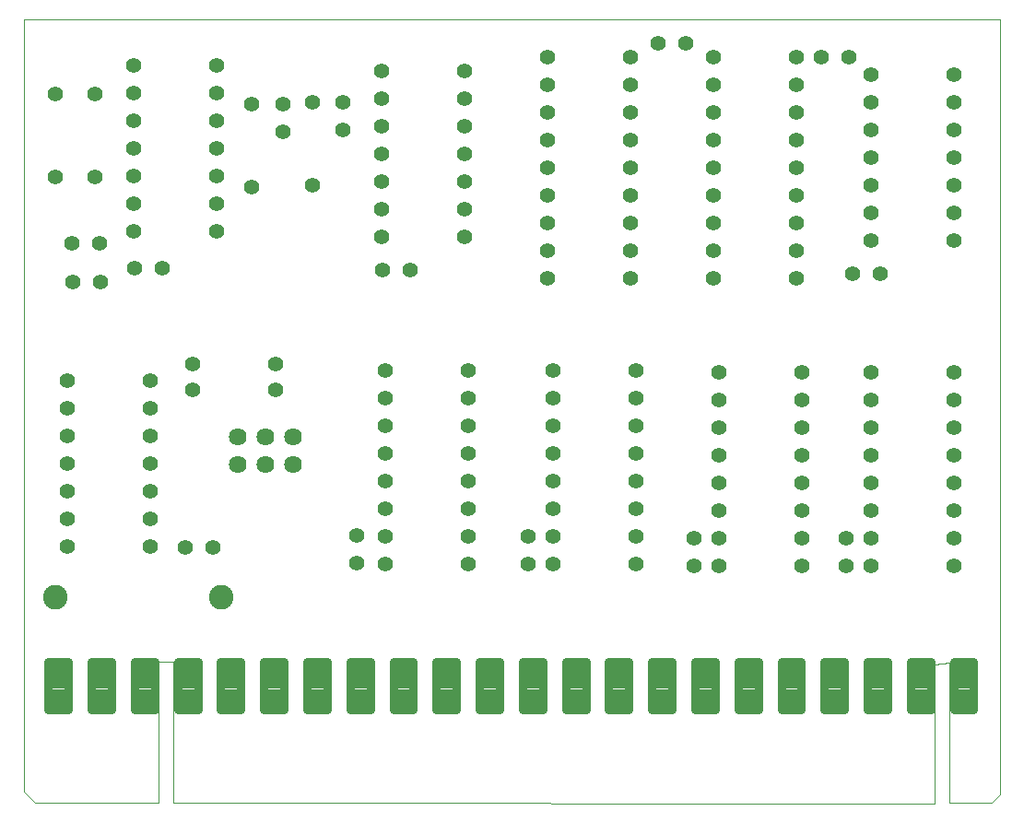
<source format=gbs>
G75*
%MOIN*%
%OFA0B0*%
%FSLAX25Y25*%
%IPPOS*%
%LPD*%
%AMOC8*
5,1,8,0,0,1.08239X$1,22.5*
%
%ADD10C,0.00000*%
%ADD11C,0.05600*%
%ADD12C,0.08900*%
%ADD13C,0.06400*%
%ADD14C,0.03120*%
D10*
X0026198Y0005295D02*
X0030135Y0001394D01*
X0074623Y0001394D01*
X0074623Y0052181D01*
X0080135Y0052181D01*
X0080135Y0001394D01*
X0355331Y0001000D01*
X0355331Y0051394D01*
X0360843Y0051787D01*
X0360843Y0001394D01*
X0376198Y0001394D01*
X0378954Y0004150D01*
X0378954Y0050606D01*
X0378954Y0050488D02*
X0378954Y0284587D01*
X0026198Y0284587D01*
X0026198Y0051094D01*
X0026198Y0051295D02*
X0026198Y0005295D01*
D11*
X0041800Y0093988D03*
X0041800Y0103988D03*
X0041800Y0113988D03*
X0041800Y0123988D03*
X0041800Y0133988D03*
X0041800Y0143988D03*
X0041800Y0153988D03*
X0071800Y0153988D03*
X0071800Y0143988D03*
X0071800Y0133988D03*
X0071800Y0123988D03*
X0071800Y0113988D03*
X0071800Y0103988D03*
X0071800Y0093988D03*
X0084300Y0093488D03*
X0094300Y0093488D03*
X0146300Y0097988D03*
X0156800Y0097488D03*
X0146300Y0087988D03*
X0156800Y0087488D03*
X0156800Y0107488D03*
X0156800Y0117488D03*
X0156800Y0127488D03*
X0156800Y0137488D03*
X0156800Y0147488D03*
X0156800Y0157488D03*
X0186800Y0157488D03*
X0186800Y0147488D03*
X0186800Y0137488D03*
X0186800Y0127488D03*
X0186800Y0117488D03*
X0186800Y0107488D03*
X0186800Y0097488D03*
X0186800Y0087488D03*
X0208300Y0087488D03*
X0217300Y0087488D03*
X0217300Y0097488D03*
X0208300Y0097488D03*
X0217300Y0107488D03*
X0217300Y0117488D03*
X0217300Y0127488D03*
X0217300Y0137488D03*
X0217300Y0147488D03*
X0217300Y0157488D03*
X0247300Y0157488D03*
X0247300Y0147488D03*
X0247300Y0137488D03*
X0247300Y0127488D03*
X0247300Y0117488D03*
X0247300Y0107488D03*
X0247300Y0097488D03*
X0247300Y0087488D03*
X0268300Y0086988D03*
X0277300Y0086988D03*
X0277300Y0096988D03*
X0268300Y0096988D03*
X0277300Y0106988D03*
X0277300Y0116988D03*
X0277300Y0126988D03*
X0277300Y0136988D03*
X0277300Y0146988D03*
X0277300Y0156988D03*
X0307300Y0156988D03*
X0307300Y0146988D03*
X0307300Y0136988D03*
X0307300Y0126988D03*
X0307300Y0116988D03*
X0307300Y0106988D03*
X0307300Y0096988D03*
X0307300Y0086988D03*
X0323300Y0086988D03*
X0332300Y0086988D03*
X0332300Y0096988D03*
X0323300Y0096988D03*
X0332300Y0106988D03*
X0332300Y0116988D03*
X0332300Y0126988D03*
X0332300Y0136988D03*
X0332300Y0146988D03*
X0332300Y0156988D03*
X0362300Y0156988D03*
X0362300Y0146988D03*
X0362300Y0136988D03*
X0362300Y0126988D03*
X0362300Y0116988D03*
X0362300Y0106988D03*
X0362300Y0096988D03*
X0362300Y0086988D03*
X0305300Y0190988D03*
X0305300Y0200988D03*
X0305300Y0210988D03*
X0305300Y0220988D03*
X0305300Y0230988D03*
X0305300Y0240988D03*
X0305300Y0250988D03*
X0305300Y0260988D03*
X0305300Y0270988D03*
X0314300Y0270988D03*
X0324300Y0270988D03*
X0332300Y0264488D03*
X0332300Y0254488D03*
X0332300Y0244488D03*
X0332300Y0234488D03*
X0332300Y0224488D03*
X0332300Y0214488D03*
X0332300Y0204488D03*
X0335800Y0192488D03*
X0325800Y0192488D03*
X0362300Y0204488D03*
X0362300Y0214488D03*
X0362300Y0224488D03*
X0362300Y0234488D03*
X0362300Y0244488D03*
X0362300Y0254488D03*
X0362300Y0264488D03*
X0275300Y0260988D03*
X0275300Y0250988D03*
X0275300Y0240988D03*
X0275300Y0230988D03*
X0275300Y0220988D03*
X0275300Y0210988D03*
X0275300Y0200988D03*
X0275300Y0190988D03*
X0245300Y0190988D03*
X0245300Y0200988D03*
X0245300Y0210988D03*
X0245300Y0220988D03*
X0245300Y0230988D03*
X0245300Y0240988D03*
X0245300Y0250988D03*
X0245300Y0260988D03*
X0245300Y0270988D03*
X0255300Y0275988D03*
X0265300Y0275988D03*
X0275300Y0270988D03*
X0215300Y0270988D03*
X0215300Y0260988D03*
X0215300Y0250988D03*
X0215300Y0240988D03*
X0215300Y0230988D03*
X0215300Y0220988D03*
X0215300Y0210988D03*
X0215300Y0200988D03*
X0215300Y0190988D03*
X0185300Y0205988D03*
X0185300Y0215988D03*
X0185300Y0225988D03*
X0185300Y0235988D03*
X0185300Y0245988D03*
X0185300Y0255988D03*
X0185300Y0265988D03*
X0155300Y0265988D03*
X0155300Y0255988D03*
X0155300Y0245988D03*
X0155300Y0235988D03*
X0155300Y0225988D03*
X0155300Y0215988D03*
X0155300Y0205988D03*
X0155800Y0193988D03*
X0165800Y0193988D03*
X0130300Y0224488D03*
X0108300Y0223988D03*
X0095800Y0227988D03*
X0095800Y0217988D03*
X0095800Y0207988D03*
X0076087Y0194488D03*
X0066087Y0194488D03*
X0053800Y0189488D03*
X0043800Y0189488D03*
X0043300Y0203488D03*
X0053300Y0203488D03*
X0065800Y0207988D03*
X0065800Y0217988D03*
X0065800Y0227988D03*
X0065800Y0237988D03*
X0065800Y0247988D03*
X0065800Y0257988D03*
X0065800Y0267988D03*
X0051800Y0257488D03*
X0037300Y0257488D03*
X0037300Y0227488D03*
X0051800Y0227488D03*
X0095800Y0237988D03*
X0095800Y0247988D03*
X0095800Y0257988D03*
X0095800Y0267988D03*
X0108300Y0253988D03*
X0119800Y0253988D03*
X0130300Y0254488D03*
X0141300Y0254488D03*
X0141300Y0244488D03*
X0119800Y0243988D03*
X0117182Y0159937D03*
X0117182Y0150488D03*
X0087182Y0150488D03*
X0087182Y0159937D03*
D12*
X0097300Y0075488D03*
X0037300Y0075488D03*
D13*
X0103300Y0123488D03*
X0113300Y0123488D03*
X0123300Y0123488D03*
X0123300Y0133488D03*
X0113300Y0133488D03*
X0103300Y0133488D03*
D14*
X0104488Y0034801D02*
X0097208Y0034801D01*
X0097208Y0052081D01*
X0104488Y0052081D01*
X0104488Y0034801D01*
X0104488Y0037920D02*
X0097208Y0037920D01*
X0097208Y0041039D02*
X0104488Y0041039D01*
X0104488Y0044158D02*
X0097208Y0044158D01*
X0097208Y0047277D02*
X0104488Y0047277D01*
X0104488Y0050396D02*
X0097208Y0050396D01*
X0088897Y0034801D02*
X0081617Y0034801D01*
X0081617Y0052081D01*
X0088897Y0052081D01*
X0088897Y0034801D01*
X0088897Y0037920D02*
X0081617Y0037920D01*
X0081617Y0041039D02*
X0088897Y0041039D01*
X0088897Y0044158D02*
X0081617Y0044158D01*
X0081617Y0047277D02*
X0088897Y0047277D01*
X0088897Y0050396D02*
X0081617Y0050396D01*
X0073307Y0034801D02*
X0066027Y0034801D01*
X0066027Y0052081D01*
X0073307Y0052081D01*
X0073307Y0034801D01*
X0073307Y0037920D02*
X0066027Y0037920D01*
X0066027Y0041039D02*
X0073307Y0041039D01*
X0073307Y0044158D02*
X0066027Y0044158D01*
X0066027Y0047277D02*
X0073307Y0047277D01*
X0073307Y0050396D02*
X0066027Y0050396D01*
X0057716Y0034801D02*
X0050436Y0034801D01*
X0050436Y0052081D01*
X0057716Y0052081D01*
X0057716Y0034801D01*
X0057716Y0037920D02*
X0050436Y0037920D01*
X0050436Y0041039D02*
X0057716Y0041039D01*
X0057716Y0044158D02*
X0050436Y0044158D01*
X0050436Y0047277D02*
X0057716Y0047277D01*
X0057716Y0050396D02*
X0050436Y0050396D01*
X0042126Y0034801D02*
X0034846Y0034801D01*
X0034846Y0052081D01*
X0042126Y0052081D01*
X0042126Y0034801D01*
X0042126Y0037920D02*
X0034846Y0037920D01*
X0034846Y0041039D02*
X0042126Y0041039D01*
X0042126Y0044158D02*
X0034846Y0044158D01*
X0034846Y0047277D02*
X0042126Y0047277D01*
X0042126Y0050396D02*
X0034846Y0050396D01*
X0112799Y0034801D02*
X0120079Y0034801D01*
X0112799Y0034801D02*
X0112799Y0052081D01*
X0120079Y0052081D01*
X0120079Y0034801D01*
X0120079Y0037920D02*
X0112799Y0037920D01*
X0112799Y0041039D02*
X0120079Y0041039D01*
X0120079Y0044158D02*
X0112799Y0044158D01*
X0112799Y0047277D02*
X0120079Y0047277D01*
X0120079Y0050396D02*
X0112799Y0050396D01*
X0128389Y0034801D02*
X0135669Y0034801D01*
X0128389Y0034801D02*
X0128389Y0052081D01*
X0135669Y0052081D01*
X0135669Y0034801D01*
X0135669Y0037920D02*
X0128389Y0037920D01*
X0128389Y0041039D02*
X0135669Y0041039D01*
X0135669Y0044158D02*
X0128389Y0044158D01*
X0128389Y0047277D02*
X0135669Y0047277D01*
X0135669Y0050396D02*
X0128389Y0050396D01*
X0143980Y0034801D02*
X0151260Y0034801D01*
X0143980Y0034801D02*
X0143980Y0052081D01*
X0151260Y0052081D01*
X0151260Y0034801D01*
X0151260Y0037920D02*
X0143980Y0037920D01*
X0143980Y0041039D02*
X0151260Y0041039D01*
X0151260Y0044158D02*
X0143980Y0044158D01*
X0143980Y0047277D02*
X0151260Y0047277D01*
X0151260Y0050396D02*
X0143980Y0050396D01*
X0159570Y0034801D02*
X0166850Y0034801D01*
X0159570Y0034801D02*
X0159570Y0052081D01*
X0166850Y0052081D01*
X0166850Y0034801D01*
X0166850Y0037920D02*
X0159570Y0037920D01*
X0159570Y0041039D02*
X0166850Y0041039D01*
X0166850Y0044158D02*
X0159570Y0044158D01*
X0159570Y0047277D02*
X0166850Y0047277D01*
X0166850Y0050396D02*
X0159570Y0050396D01*
X0175161Y0034801D02*
X0182441Y0034801D01*
X0175161Y0034801D02*
X0175161Y0052081D01*
X0182441Y0052081D01*
X0182441Y0034801D01*
X0182441Y0037920D02*
X0175161Y0037920D01*
X0175161Y0041039D02*
X0182441Y0041039D01*
X0182441Y0044158D02*
X0175161Y0044158D01*
X0175161Y0047277D02*
X0182441Y0047277D01*
X0182441Y0050396D02*
X0175161Y0050396D01*
X0190751Y0034801D02*
X0198031Y0034801D01*
X0190751Y0034801D02*
X0190751Y0052081D01*
X0198031Y0052081D01*
X0198031Y0034801D01*
X0198031Y0037920D02*
X0190751Y0037920D01*
X0190751Y0041039D02*
X0198031Y0041039D01*
X0198031Y0044158D02*
X0190751Y0044158D01*
X0190751Y0047277D02*
X0198031Y0047277D01*
X0198031Y0050396D02*
X0190751Y0050396D01*
X0206342Y0034801D02*
X0213622Y0034801D01*
X0206342Y0034801D02*
X0206342Y0052081D01*
X0213622Y0052081D01*
X0213622Y0034801D01*
X0213622Y0037920D02*
X0206342Y0037920D01*
X0206342Y0041039D02*
X0213622Y0041039D01*
X0213622Y0044158D02*
X0206342Y0044158D01*
X0206342Y0047277D02*
X0213622Y0047277D01*
X0213622Y0050396D02*
X0206342Y0050396D01*
X0221932Y0034801D02*
X0229212Y0034801D01*
X0221932Y0034801D02*
X0221932Y0052081D01*
X0229212Y0052081D01*
X0229212Y0034801D01*
X0229212Y0037920D02*
X0221932Y0037920D01*
X0221932Y0041039D02*
X0229212Y0041039D01*
X0229212Y0044158D02*
X0221932Y0044158D01*
X0221932Y0047277D02*
X0229212Y0047277D01*
X0229212Y0050396D02*
X0221932Y0050396D01*
X0237523Y0034801D02*
X0244803Y0034801D01*
X0237523Y0034801D02*
X0237523Y0052081D01*
X0244803Y0052081D01*
X0244803Y0034801D01*
X0244803Y0037920D02*
X0237523Y0037920D01*
X0237523Y0041039D02*
X0244803Y0041039D01*
X0244803Y0044158D02*
X0237523Y0044158D01*
X0237523Y0047277D02*
X0244803Y0047277D01*
X0244803Y0050396D02*
X0237523Y0050396D01*
X0253114Y0034801D02*
X0260394Y0034801D01*
X0253114Y0034801D02*
X0253114Y0052081D01*
X0260394Y0052081D01*
X0260394Y0034801D01*
X0260394Y0037920D02*
X0253114Y0037920D01*
X0253114Y0041039D02*
X0260394Y0041039D01*
X0260394Y0044158D02*
X0253114Y0044158D01*
X0253114Y0047277D02*
X0260394Y0047277D01*
X0260394Y0050396D02*
X0253114Y0050396D01*
X0268704Y0034801D02*
X0275984Y0034801D01*
X0268704Y0034801D02*
X0268704Y0052081D01*
X0275984Y0052081D01*
X0275984Y0034801D01*
X0275984Y0037920D02*
X0268704Y0037920D01*
X0268704Y0041039D02*
X0275984Y0041039D01*
X0275984Y0044158D02*
X0268704Y0044158D01*
X0268704Y0047277D02*
X0275984Y0047277D01*
X0275984Y0050396D02*
X0268704Y0050396D01*
X0284295Y0034801D02*
X0291575Y0034801D01*
X0284295Y0034801D02*
X0284295Y0052081D01*
X0291575Y0052081D01*
X0291575Y0034801D01*
X0291575Y0037920D02*
X0284295Y0037920D01*
X0284295Y0041039D02*
X0291575Y0041039D01*
X0291575Y0044158D02*
X0284295Y0044158D01*
X0284295Y0047277D02*
X0291575Y0047277D01*
X0291575Y0050396D02*
X0284295Y0050396D01*
X0299885Y0034801D02*
X0307165Y0034801D01*
X0299885Y0034801D02*
X0299885Y0052081D01*
X0307165Y0052081D01*
X0307165Y0034801D01*
X0307165Y0037920D02*
X0299885Y0037920D01*
X0299885Y0041039D02*
X0307165Y0041039D01*
X0307165Y0044158D02*
X0299885Y0044158D01*
X0299885Y0047277D02*
X0307165Y0047277D01*
X0307165Y0050396D02*
X0299885Y0050396D01*
X0315476Y0034801D02*
X0322756Y0034801D01*
X0315476Y0034801D02*
X0315476Y0052081D01*
X0322756Y0052081D01*
X0322756Y0034801D01*
X0322756Y0037920D02*
X0315476Y0037920D01*
X0315476Y0041039D02*
X0322756Y0041039D01*
X0322756Y0044158D02*
X0315476Y0044158D01*
X0315476Y0047277D02*
X0322756Y0047277D01*
X0322756Y0050396D02*
X0315476Y0050396D01*
X0331066Y0034801D02*
X0338346Y0034801D01*
X0331066Y0034801D02*
X0331066Y0052081D01*
X0338346Y0052081D01*
X0338346Y0034801D01*
X0338346Y0037920D02*
X0331066Y0037920D01*
X0331066Y0041039D02*
X0338346Y0041039D01*
X0338346Y0044158D02*
X0331066Y0044158D01*
X0331066Y0047277D02*
X0338346Y0047277D01*
X0338346Y0050396D02*
X0331066Y0050396D01*
X0346657Y0034801D02*
X0353937Y0034801D01*
X0346657Y0034801D02*
X0346657Y0052081D01*
X0353937Y0052081D01*
X0353937Y0034801D01*
X0353937Y0037920D02*
X0346657Y0037920D01*
X0346657Y0041039D02*
X0353937Y0041039D01*
X0353937Y0044158D02*
X0346657Y0044158D01*
X0346657Y0047277D02*
X0353937Y0047277D01*
X0353937Y0050396D02*
X0346657Y0050396D01*
X0362247Y0034801D02*
X0369527Y0034801D01*
X0362247Y0034801D02*
X0362247Y0052081D01*
X0369527Y0052081D01*
X0369527Y0034801D01*
X0369527Y0037920D02*
X0362247Y0037920D01*
X0362247Y0041039D02*
X0369527Y0041039D01*
X0369527Y0044158D02*
X0362247Y0044158D01*
X0362247Y0047277D02*
X0369527Y0047277D01*
X0369527Y0050396D02*
X0362247Y0050396D01*
M02*

</source>
